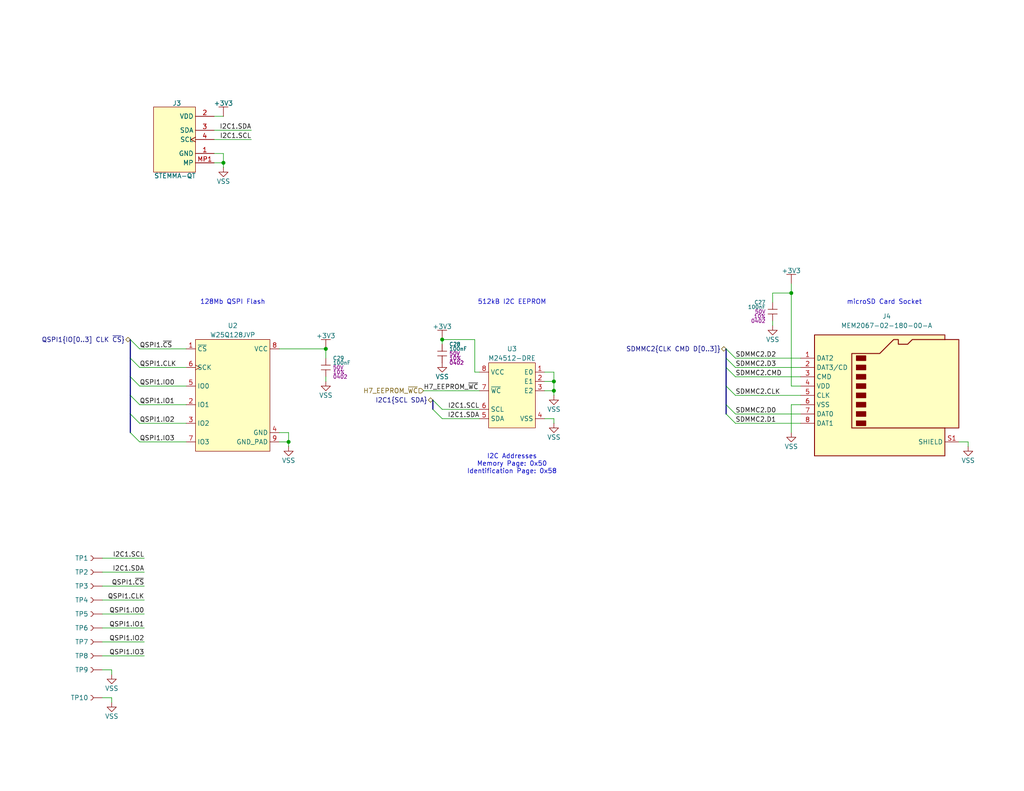
<source format=kicad_sch>
(kicad_sch (version 20250114) (generator "eeschema") (generator_version "9.0")
  (paper "USLetter")
  (title_block (title "Memory") (date "2025-04-08") (rev "1") (comment 2 "PROTOTYPE") (comment 3 "2025"))
  (lib_symbols
    (symbol "lib_pwr:+3V3" (power) (pin_numbers (hide yes)) (pin_names (offset 0) (hide yes))
      (property "Value" "+3V3" (at 0 3.556 0))
      (symbol "+3V3_0_1"
        (polyline (pts (xy -1.27 2.54) (xy 0 2.54)))
        (polyline (pts (xy 0 2.54) (xy 1.27 2.54)))
        (polyline (pts (xy 0 0) (xy 0 2.54)))
      )
      (symbol "+3V3_1_1"
        (pin power_in line (at 0 0 90) (length 0) (name "~") (number "1"))
      )
    )
    (symbol "lib_pwr:VSS" (power) (pin_numbers (hide yes)) (pin_names (offset 0) (hide yes))
      (property "Value" "VSS" (at 0 -3.81 0))
      (symbol "VSS_0_1"
        (polyline (pts (xy 0 0) (xy 0 -1.27) (xy 1.27 -1.27) (xy 0 -2.54) (xy -1.27 -1.27) (xy 0 -1.27)))
      )
      (symbol "VSS_1_1"
        (pin power_in line (at 0 0 270) (length 0) (name "~") (number "1"))
      )
    )
    (symbol "lib_sch:C" (pin_numbers (hide yes)) (pin_names (hide yes))
      (property "Reference" "C?" (at 1.905 2.54 0))
      (property "Value" "CAP" (at 1.905 1.27 0))
      (property "Tolerance" "TOL" (at 1.905 -1.27 0))
      (property "Voltage Rating" "VOLTAGE" (at 1.905 0 0))
      (property "Package" "PKG" (at 1.905 -2.54 0))
      (symbol "C_0_1"
        (polyline (pts (xy -1.27 0.635) (xy 1.27 0.635)))
        (polyline (pts (xy -1.27 -0.635) (xy 1.27 -0.635)))
      )
      (symbol "C_1_1"
        (pin passive line (at 0 2.54 270) (length 1.905) (name "") (number "1"))
        (pin passive line (at 0 -2.54 90) (length 1.905) (name "") (number "2"))
      )
    )
    (symbol "lib_sch:M24512-DRE"
      (property "Reference" "U?" (at 0 12.7 0))
      (property "Value" "M24512-DRE" (at 0 10.16 0))
      (symbol "M24512-DRE_0_0"
        (pin power_in line (at -8.89 6.35 0) (length 2.54) (name "VCC") (number "8"))
        (pin input line (at -8.89 1.27 0) (length 2.54) (name "~{WC}") (number "7"))
        (pin bidirectional line (at -8.89 -3.81 0) (length 2.54) (name "SCL") (number "6"))
        (pin bidirectional line (at -8.89 -6.35 0) (length 2.54) (name "SDA") (number "5"))
        (pin input line (at 8.89 6.35 180) (length 2.54) (name "E0") (number "1"))
        (pin input line (at 8.89 3.81 180) (length 2.54) (name "E1") (number "2"))
        (pin input line (at 8.89 1.27 180) (length 2.54) (name "E2") (number "3"))
      )
      (symbol "M24512-DRE_1_0"
        (pin power_in line (at 8.89 -6.35 180) (length 2.54) (name "VSS") (number "4"))
      )
      (symbol "M24512-DRE_1_1"
        (rectangle (start -6.35 8.89) (end 6.35 -8.89) (fill (type background)))
      )
    )
    (symbol "lib_sch:STEMMA-QT"
      (property "Reference" "J" (at 2.54 9.906 0))
      (property "Value" "STEMMA-QT" (at 3.048 -9.906 0))
      (symbol "STEMMA-QT_1_0"
        (pin power_in line (at -7.62 6.35 0) (length 5.08) (name "VDD") (number "2"))
        (pin bidirectional line (at -7.62 2.54 0) (length 5.08) (name "SDA") (number "3"))
        (pin bidirectional clock (at -7.62 0 0) (length 5.08) (name "SCL") (number "4"))
        (pin power_in line (at -7.62 -3.81 0) (length 5.08) (name "GND") (number "1"))
        (pin passive line (at -7.62 -6.35 0) (length 5.08) (name "MP") (number "MP1"))
        (pin passive line (at -7.62 -6.35 0) (length 5.08) (hide yes) (name "MP") (number "MP2"))
      )
      (symbol "STEMMA-QT_1_1"
        (rectangle (start -2.54 8.89) (end 8.89 -8.89) (fill (type background)))
      )
    )
    (symbol "lib_sch:Testpoint" (pin_numbers (hide yes)) (pin_names (hide yes))
      (property "Reference" "TP" (at -1.27 0 0))
      (symbol "Testpoint_0_1"
        (arc (start -0.635 0.635) (mid 0 0) (end -0.635 -0.635))
      )
      (symbol "Testpoint_1_0"
        (pin passive line (at 2.54 0 180) (length 2.54) (name "") (number "1"))
      )
    )
    (symbol "lib_sch:W25Q128JVP"
      (property "Reference" "U?" (at 0 19.05 0))
      (property "Value" "W25Q128JVP" (at 0 16.51 0))
      (symbol "W25Q128JVP_0_0"
        (pin power_in line (at 12.7 12.7 180) (length 2.54) (name "VCC") (number "8"))
      )
      (symbol "W25Q128JVP_1_0"
        (pin input line (at -12.7 12.7 0) (length 2.54) (name "~{CS}") (number "1"))
        (pin input clock (at -12.7 7.62 0) (length 2.54) (name "SCK") (number "6"))
        (pin input line (at -12.7 2.54 0) (length 2.54) (name "DI") (number "5") (alternate "IO0" bidirectional line))
        (pin output line (at -12.7 -2.54 0) (length 2.54) (name "DO") (number "2") (alternate "IO1" bidirectional line))
        (pin input line (at -12.7 -7.62 0) (length 2.54) (name "~{WP}") (number "3") (alternate "IO2" bidirectional line))
        (pin input line (at -12.7 -12.7 0) (length 2.54) (name "~{HOLD}") (number "7") (alternate "IO3" bidirectional line))
        (pin power_in line (at 12.7 -10.16 180) (length 2.54) (name "GND") (number "4"))
        (pin power_in line (at 12.7 -12.7 180) (length 2.54) (name "GND_PAD") (number "9"))
      )
      (symbol "W25Q128JVP_1_1"
        (rectangle (start -10.16 15.24) (end 10.16 -15.24) (fill (type background)))
      )
    )
    (symbol "lib_sch:microSD"
      (property "Reference" "J13" (at 0.635 21.59 0))
      (property "Value" "MEM2067-02-180-00-A" (at 0.635 19.05 0))
      (symbol "microSD_0_1"
        (polyline (pts (xy -8.89 -8.89) (xy -8.89 11.43) (xy -1.27 11.43) (xy 2.54 15.24) (xy 3.81 15.24) (xy 3.81 13.97) (xy 6.35 13.97) (xy 7.62 15.24) (xy 20.32 15.24) (xy 20.32 -8.89) (xy -8.89 -8.89)) (stroke (width 0.254)) (fill (type background)))
        (rectangle (start -7.62 10.795) (end -5.08 9.525) (stroke (width 0.254)) (fill (type outline)))
        (rectangle (start -7.62 8.255) (end -5.08 6.985) (stroke (width 0.254)) (fill (type outline)))
        (rectangle (start -7.62 5.715) (end -5.08 4.445) (stroke (width 0.254)) (fill (type outline)))
        (rectangle (start -7.62 3.175) (end -5.08 1.905) (stroke (width 0.254)) (fill (type outline)))
        (rectangle (start -7.62 0.635) (end -5.08 -0.635) (stroke (width 0.254)) (fill (type outline)))
        (rectangle (start -7.62 -1.905) (end -5.08 -3.175) (stroke (width 0.254)) (fill (type outline)))
        (rectangle (start -7.62 -4.445) (end -5.08 -5.715) (stroke (width 0.254)) (fill (type outline)))
        (rectangle (start -7.62 -6.985) (end -5.08 -8.255) (stroke (width 0.254)) (fill (type outline)))
        (polyline (pts (xy 16.51 15.24) (xy 16.51 16.51) (xy -19.05 16.51) (xy -19.05 -16.51) (xy 16.51 -16.51) (xy 16.51 -8.89)) (stroke (width 0.254)) (fill (type background)))
      )
      (symbol "microSD_1_1"
        (pin bidirectional line (at -22.86 10.16 0) (length 3.81) (name "DAT2") (number "1"))
        (pin bidirectional line (at -22.86 7.62 0) (length 3.81) (name "DAT3/CD") (number "2"))
        (pin input line (at -22.86 5.08 0) (length 3.81) (name "CMD") (number "3"))
        (pin power_in line (at -22.86 2.54 0) (length 3.81) (name "VDD") (number "4"))
        (pin input line (at -22.86 0 0) (length 3.81) (name "CLK") (number "5"))
        (pin power_in line (at -22.86 -2.54 0) (length 3.81) (name "VSS") (number "6"))
        (pin bidirectional line (at -22.86 -5.08 0) (length 3.81) (name "DAT0") (number "7"))
        (pin bidirectional line (at -22.86 -7.62 0) (length 3.81) (name "DAT1") (number "8"))
        (pin passive line (at 20.32 -12.7 180) (length 3.81) (name "SHIELD") (number "S1"))
        (pin passive line (at 20.32 -12.7 180) (length 3.81) (hide yes) (name "SHIELD") (number "S2"))
        (pin passive line (at 20.32 -12.7 180) (length 3.81) (hide yes) (name "SHIELD") (number "S3"))
        (pin passive line (at 20.32 -12.7 180) (length 3.81) (hide yes) (name "SHIELD") (number "S4"))
      )
    )
  )
  (text "microSD Card Socket" (at 241.3 82.55 0) (effects (font (size 1.27 1.27))))
  (text "I2C Addresses\nMemory Page: 0x50\nIdentification Page: 0x58" (at 139.7 126.746 0) (effects (font (size 1.27 1.27) (thickness 0.1588))))
  (text "128Mb QSPI Flash" (at 63.5 82.55 0) (effects (font (size 1.27 1.27))))
  (text "512kB I2C EEPROM" (at 139.7 82.55 0) (effects (font (size 1.27 1.27))))
  (junction (at 215.9 80.01))
  (junction (at 78.74 120.65))
  (junction (at 60.96 44.45))
  (junction (at 151.13 104.14))
  (junction (at 120.65 92.71))
  (junction (at 151.13 106.68))
  (junction (at 88.9 95.25))
  (bus_entry (at 35.56 92.71) (size 2.54 2.54))
  (bus_entry (at 198.12 100.33) (size 2.54 2.54))
  (bus_entry (at 35.56 97.79) (size 2.54 2.54))
  (bus_entry (at 198.12 113.03) (size 2.54 2.54))
  (bus_entry (at 198.12 105.41) (size 2.54 2.54))
  (bus_entry (at 120.65 114.3) (size -2.54 -2.54))
  (bus_entry (at 35.56 113.03) (size 2.54 2.54))
  (bus_entry (at 120.65 111.76) (size -2.54 -2.54))
  (bus_entry (at 35.56 102.87) (size 2.54 2.54))
  (bus_entry (at 198.12 110.49) (size 2.54 2.54))
  (bus_entry (at 35.56 107.95) (size 2.54 2.54))
  (bus_entry (at 35.56 118.11) (size 2.54 2.54))
  (bus_entry (at 198.12 95.25) (size 2.54 2.54))
  (bus_entry (at 198.12 97.79) (size 2.54 2.54))
  (wire (pts (xy 215.9 77.47) (xy 215.9 80.01)))
  (wire (pts (xy 39.37 156.21) (xy 27.94 156.21)))
  (wire (pts (xy 215.9 110.49) (xy 218.44 110.49)))
  (wire (pts (xy 38.1 115.57) (xy 50.8 115.57)))
  (wire (pts (xy 30.48 191.77) (xy 30.48 190.5)))
  (wire (pts (xy 68.58 35.56) (xy 58.42 35.56)))
  (wire (pts (xy 148.59 101.6) (xy 151.13 101.6)))
  (wire (pts (xy 39.37 175.26) (xy 27.94 175.26)))
  (wire (pts (xy 120.65 92.71) (xy 120.65 93.98)))
  (wire (pts (xy 60.96 41.91) (xy 60.96 44.45)))
  (wire (pts (xy 38.1 105.41) (xy 50.8 105.41)))
  (wire (pts (xy 200.66 115.57) (xy 218.44 115.57)))
  (wire (pts (xy 30.48 184.15) (xy 30.48 182.88)))
  (wire (pts (xy 264.16 121.92) (xy 264.16 120.65)))
  (wire (pts (xy 39.37 160.02) (xy 27.94 160.02)))
  (wire (pts (xy 148.59 104.14) (xy 151.13 104.14)))
  (wire (pts (xy 215.9 118.11) (xy 215.9 110.49)))
  (wire (pts (xy 78.74 118.11) (xy 78.74 120.65)))
  (wire (pts (xy 58.42 41.91) (xy 60.96 41.91)))
  (wire (pts (xy 151.13 106.68) (xy 148.59 106.68)))
  (wire (pts (xy 39.37 163.83) (xy 27.94 163.83)))
  (wire (pts (xy 200.66 97.79) (xy 218.44 97.79)))
  (wire (pts (xy 120.65 92.71) (xy 129.54 92.71)))
  (wire (pts (xy 39.37 167.64) (xy 27.94 167.64)))
  (wire (pts (xy 200.66 113.03) (xy 218.44 113.03)))
  (wire (pts (xy 38.1 110.49) (xy 50.8 110.49)))
  (wire (pts (xy 39.37 152.4) (xy 27.94 152.4)))
  (bus (pts (xy 35.56 92.71) (xy 35.56 97.79)))
  (wire (pts (xy 38.1 120.65) (xy 50.8 120.65)))
  (wire (pts (xy 200.66 100.33) (xy 218.44 100.33)))
  (bus (pts (xy 198.12 110.49) (xy 198.12 113.03)))
  (bus (pts (xy 35.56 113.03) (xy 35.56 118.11)))
  (wire (pts (xy 76.2 118.11) (xy 78.74 118.11)))
  (wire (pts (xy 210.82 80.01) (xy 210.82 82.55)))
  (wire (pts (xy 130.81 111.76) (xy 120.65 111.76)))
  (wire (pts (xy 30.48 182.88) (xy 27.94 182.88)))
  (wire (pts (xy 30.48 190.5) (xy 27.94 190.5)))
  (wire (pts (xy 129.54 101.6) (xy 130.81 101.6)))
  (wire (pts (xy 130.81 114.3) (xy 120.65 114.3)))
  (bus (pts (xy 35.56 102.87) (xy 35.56 107.95)))
  (wire (pts (xy 264.16 120.65) (xy 261.62 120.65)))
  (wire (pts (xy 60.96 45.72) (xy 60.96 44.45)))
  (bus (pts (xy 198.12 97.79) (xy 198.12 100.33)))
  (bus (pts (xy 198.12 100.33) (xy 198.12 105.41)))
  (wire (pts (xy 210.82 80.01) (xy 215.9 80.01)))
  (wire (pts (xy 151.13 104.14) (xy 151.13 106.68)))
  (wire (pts (xy 151.13 115.57) (xy 151.13 114.3)))
  (wire (pts (xy 88.9 102.87) (xy 88.9 104.14)))
  (wire (pts (xy 38.1 100.33) (xy 50.8 100.33)))
  (wire (pts (xy 151.13 107.95) (xy 151.13 106.68)))
  (wire (pts (xy 60.96 44.45) (xy 58.42 44.45)))
  (wire (pts (xy 115.57 106.68) (xy 130.81 106.68)))
  (bus (pts (xy 118.11 111.76) (xy 118.11 109.22)))
  (wire (pts (xy 129.54 92.71) (xy 129.54 101.6)))
  (wire (pts (xy 58.42 31.75) (xy 60.96 31.75)))
  (wire (pts (xy 88.9 95.25) (xy 88.9 97.79)))
  (bus (pts (xy 198.12 95.25) (xy 198.12 97.79)))
  (wire (pts (xy 151.13 101.6) (xy 151.13 104.14)))
  (wire (pts (xy 39.37 179.07) (xy 27.94 179.07)))
  (bus (pts (xy 35.56 97.79) (xy 35.56 102.87)))
  (wire (pts (xy 38.1 95.25) (xy 50.8 95.25)))
  (wire (pts (xy 76.2 95.25) (xy 88.9 95.25)))
  (bus (pts (xy 35.56 107.95) (xy 35.56 113.03)))
  (bus (pts (xy 198.12 105.41) (xy 198.12 110.49)))
  (wire (pts (xy 68.58 38.1) (xy 58.42 38.1)))
  (wire (pts (xy 210.82 87.63) (xy 210.82 88.9)))
  (wire (pts (xy 200.66 102.87) (xy 218.44 102.87)))
  (wire (pts (xy 200.66 107.95) (xy 218.44 107.95)))
  (wire (pts (xy 78.74 121.92) (xy 78.74 120.65)))
  (wire (pts (xy 215.9 105.41) (xy 218.44 105.41)))
  (wire (pts (xy 151.13 114.3) (xy 148.59 114.3)))
  (wire (pts (xy 39.37 171.45) (xy 27.94 171.45)))
  (wire (pts (xy 76.2 120.65) (xy 78.74 120.65)))
  (wire (pts (xy 215.9 80.01) (xy 215.9 105.41)))
  (label "I2C1.SDA" (at 68.58 35.56 180))
  (label "QSPI1.IO3" (at 38.1 120.65 0))
  (label "H7_EEPROM_~{WC}" (at 115.57 106.68 0))
  (label "QSPI1.IO2" (at 39.37 175.26 180))
  (label "SDMMC2.D0" (at 200.66 113.03 0))
  (label "QSPI1.CLK" (at 38.1 100.33 0))
  (label "I2C1.SDA" (at 130.81 114.3 180))
  (label "QSPI1.IO2" (at 38.1 115.57 0))
  (label "QSPI1.~{CS}" (at 38.1 95.25 0))
  (label "QSPI1.CLK" (at 39.37 163.83 180))
  (label "SDMMC2.D1" (at 200.66 115.57 0))
  (label "SDMMC2.CMD" (at 200.66 102.87 0))
  (label "QSPI1.IO0" (at 38.1 105.41 0))
  (label "QSPI1.IO3" (at 39.37 179.07 180))
  (label "SDMMC2.CLK" (at 200.66 107.95 0))
  (label "QSPI1.IO1" (at 39.37 171.45 180))
  (label "QSPI1.IO1" (at 38.1 110.49 0))
  (label "I2C1.SDA" (at 39.37 156.21 180))
  (label "I2C1.SCL" (at 130.81 111.76 180))
  (label "QSPI1.~{CS}" (at 39.37 160.02 180))
  (label "QSPI1.IO0" (at 39.37 167.64 180))
  (label "I2C1.SCL" (at 68.58 38.1 180))
  (label "SDMMC2.D3" (at 200.66 100.33 0))
  (label "I2C1.SCL" (at 39.37 152.4 180))
  (label "SDMMC2.D2" (at 200.66 97.79 0))
  (hierarchical_label "I2C1{SCL SDA}" (shape bidirectional) (at 118.11 109.22 180))
  (hierarchical_label "H7_EEPROM_~{WC}" (shape input) (at 115.57 106.68 180))
  (hierarchical_label "QSPI1{IO[0..3] CLK ~{CS}}" (shape bidirectional) (at 35.56 92.71 180))
  (hierarchical_label "SDMMC2{CLK CMD D[0..3]}" (shape bidirectional) (at 198.12 95.25 180))
  (symbol (lib_id "lib_pwr:+3V3") (at 88.9 95.25 0) (unit 1)
    (property "Reference" "#PWR067" (effects (hide yes)))
    (property "Value" "+3V3" (at 88.9 91.694 0))
  )
  (symbol (lib_id "lib_pwr:+3V3") (at 120.65 92.71 0) (unit 1)
    (property "Reference" "#PWR066" (effects (hide yes)))
    (property "Value" "+3V3" (at 120.65 89.154 0))
  )
  (symbol (lib_id "lib_sch:microSD") (at 241.3 107.95 0) (unit 1)
    (property "Reference" "J4" (at 241.935 86.36 0))
    (property "Value" "MEM2067-02-180-00-A" (at 241.935 88.9 0))
    (property "Footprint" "lib_connectors:MEM2067-02-180-00-A" (effects (hide yes)))
    (property "Datasheet" "datasheets/GCT-MEM2067.pdf" (effects (hide yes)))
    (property "Description" "Micro SD Card Socket with two card detection pins" (effects (hide yes)))
    (property "Manufacturer" "GCT" (effects (hide yes)))
    (property "MPN" "MEM2067-02-180-00-A" (effects (hide yes)))
    (property "DKPN" "2073-MEM2067-02-180-00-ACT-ND" (effects (hide yes)))
  )
  (symbol (lib_id "lib_pwr:VSS") (at 60.96 45.72 0) (unit 1)
    (property "Reference" "#PWR063" (effects (hide yes)))
    (property "Value" "VSS" (at 60.96 49.53 0))
  )
  (symbol (lib_id "lib_sch:C") (at 210.82 85.09 0) (mirror y) (unit 1)
    (property "Reference" "C27" (at 208.915 82.55 0) (effects (font (size 1.016 1.016)) (justify left)))
    (property "Value" "100nF" (at 208.915 83.82 0) (effects (font (size 1.016 1.016)) (justify left)))
    (property "Footprint" "lib_passives:GCM0402" (effects (hide yes)))
    (property "Datasheet" "datasheets/Murata-Electronics-GRT155R71H104KE01.pdf" (effects (hide yes)))
    (property "Description" "CAP CER 0.1UF 50V X7R 0402" (effects (hide yes)))
    (property "Manufacturer" "Murata Electronics" (effects (hide yes)))
    (property "MPN" "GRT155R71H104KE01D" (effects (hide yes)))
    (property "DKPN" "490-GRT155R71H104KE01DCT-ND" (effects (hide yes)))
    (property "Tolerance" "10%" (at 208.915 86.36 0) (effects (font (size 1.016 1.016)) (justify left)))
    (property "Voltage Rating" "50V" (at 208.915 85.09 0) (effects (font (size 1.016 1.016)) (justify left)))
    (property "Package" "0402" (at 208.915 87.63 0) (effects (font (size 1.016 1.016)) (justify left)))
  )
  (symbol (lib_id "lib_sch:Testpoint") (at 25.4 182.88 0) (unit 1)
    (property "Reference" "TP9" (at 24.13 182.88 0) (effects (justify right)))
    (property "Value" "RCWCTE" (effects (hide yes)))
    (property "Footprint" "lib_misc:TP_RCW" (effects (hide yes)))
    (property "Datasheet" "datasheets/KOA-RC-Series.pdf" (effects (hide yes)))
    (property "Description" "PC TEST POINT" (effects (hide yes)))
    (property "Manufacturer" "KOA Speer Electronics, Inc." (effects (hide yes)))
    (property "MPN" "RCWCTE" (effects (hide yes)))
    (property "DKPN" "2019-RCWCTECT-ND" (effects (hide yes)))
  )
  (symbol (lib_id "lib_pwr:VSS") (at 264.16 121.92 0) (unit 1)
    (property "Reference" "#PWR074" (effects (hide yes)))
    (property "Value" "VSS" (at 264.16 125.73 0))
  )
  (symbol (lib_id "lib_sch:Testpoint") (at 25.4 190.5 0) (unit 1)
    (property "Reference" "TP10" (at 24.13 190.5 0) (effects (justify right)))
    (property "Value" "RCWCTE" (effects (hide yes)))
    (property "Footprint" "lib_misc:TP_RCW" (effects (hide yes)))
    (property "Datasheet" "datasheets/KOA-RC-Series.pdf" (effects (hide yes)))
    (property "Description" "PC TEST POINT" (effects (hide yes)))
    (property "Manufacturer" "KOA Speer Electronics, Inc." (effects (hide yes)))
    (property "MPN" "RCWCTE" (effects (hide yes)))
    (property "DKPN" "2019-RCWCTECT-ND" (effects (hide yes)))
  )
  (symbol (lib_id "lib_sch:Testpoint") (at 25.4 156.21 0) (unit 1) (in_bom no)
    (property "Reference" "TP2" (at 24.13 156.21 0) (effects (justify right)))
    (property "Footprint" "lib_misc:TP_2mm" (effects (hide yes)))
    (property "Manufacturer" "N/A" (effects (hide yes)))
    (property "MPN" "N/A" (effects (hide yes)))
    (property "DKPN" "N/A" (effects (hide yes)))
  )
  (symbol (lib_id "lib_pwr:VSS") (at 215.9 118.11 0) (unit 1)
    (property "Reference" "#PWR072" (effects (hide yes)))
    (property "Value" "VSS" (at 215.9 121.92 0))
  )
  (symbol (lib_id "lib_sch:C") (at 120.65 96.52 0) (unit 1)
    (property "Reference" "C28" (at 122.555 93.98 0) (effects (font (size 1.016 1.016)) (justify left)))
    (property "Value" "100nF" (at 122.555 95.25 0) (effects (font (size 1.016 1.016)) (justify left)))
    (property "Footprint" "lib_passives:GCM0402" (effects (hide yes)))
    (property "Datasheet" "datasheets/Murata-Electronics-GRT155R71H104KE01.pdf" (effects (hide yes)))
    (property "Description" "CAP CER 0.1UF 50V X7R 0402" (effects (hide yes)))
    (property "Manufacturer" "Murata Electronics" (effects (hide yes)))
    (property "MPN" "GRT155R71H104KE01D" (effects (hide yes)))
    (property "DKPN" "490-GRT155R71H104KE01DCT-ND" (effects (hide yes)))
    (property "Tolerance" "10%" (at 122.555 97.79 0) (effects (font (size 1.016 1.016)) (justify left)))
    (property "Voltage Rating" "50V" (at 122.555 96.52 0) (effects (font (size 1.016 1.016)) (justify left)))
    (property "Package" "0402" (at 122.555 99.06 0) (effects (font (size 1.016 1.016)) (justify left)))
  )
  (symbol (lib_id "lib_sch:Testpoint") (at 25.4 179.07 0) (unit 1) (in_bom no)
    (property "Reference" "TP8" (at 24.13 179.07 0) (effects (justify right)))
    (property "Footprint" "lib_misc:TP_2mm" (effects (hide yes)))
    (property "Manufacturer" "N/A" (effects (hide yes)))
    (property "MPN" "N/A" (effects (hide yes)))
    (property "DKPN" "N/A" (effects (hide yes)))
  )
  (symbol (lib_id "lib_sch:C") (at 88.9 100.33 0) (unit 1)
    (property "Reference" "C29" (at 90.805 97.79 0) (effects (font (size 1.016 1.016)) (justify left)))
    (property "Value" "100nF" (at 90.805 99.06 0) (effects (font (size 1.016 1.016)) (justify left)))
    (property "Footprint" "lib_passives:GCM0402" (effects (hide yes)))
    (property "Datasheet" "datasheets/Murata-Electronics-GRT155R71H104KE01.pdf" (effects (hide yes)))
    (property "Description" "CAP CER 0.1UF 50V X7R 0402" (effects (hide yes)))
    (property "Manufacturer" "Murata Electronics" (effects (hide yes)))
    (property "MPN" "GRT155R71H104KE01D" (effects (hide yes)))
    (property "DKPN" "490-GRT155R71H104KE01DCT-ND" (effects (hide yes)))
    (property "Tolerance" "10%" (at 90.805 101.6 0) (effects (font (size 1.016 1.016)) (justify left)))
    (property "Voltage Rating" "50V" (at 90.805 100.33 0) (effects (font (size 1.016 1.016)) (justify left)))
    (property "Package" "0402" (at 90.805 102.87 0) (effects (font (size 1.016 1.016)) (justify left)))
  )
  (symbol (lib_id "lib_sch:Testpoint") (at 25.4 171.45 0) (unit 1) (in_bom no)
    (property "Reference" "TP6" (at 24.13 171.45 0) (effects (justify right)))
    (property "Footprint" "lib_misc:TP_2mm" (effects (hide yes)))
    (property "Manufacturer" "N/A" (effects (hide yes)))
    (property "MPN" "N/A" (effects (hide yes)))
    (property "DKPN" "N/A" (effects (hide yes)))
  )
  (symbol (lib_id "lib_sch:W25Q128JVP") (at 63.5 107.95 0) (unit 1)
    (property "Reference" "U2" (at 63.5 88.9 0))
    (property "Value" "W25Q128JVP" (at 63.5 91.44 0))
    (property "Footprint" "lib_ICs:WFDFN8P127_600X500X75L60X40N" (effects (hide yes)))
    (property "Datasheet" "datasheets/Windbond-W25Q128JV.pdf" (effects (hide yes)))
    (property "Description" "FLASH - NOR Memory IC 128Mbit SPI - Quad I/O, QPI 133 MHz 8-WSON (6x5)" (effects (hide yes)))
    (property "Manufacturer" "Winbond Electronics" (effects (hide yes)))
    (property "MPN" "W25Q128JVPIQ" (effects (hide yes)))
    (property "DKPN" "W25Q128JVPIQ-ND" (effects (hide yes)))
    (pin "7" (alternate "IO3"))
    (pin "5" (alternate "IO0"))
    (pin "2" (alternate "IO1"))
    (pin "3" (alternate "IO2"))
  )
  (symbol (lib_id "lib_pwr:VSS") (at 88.9 104.14 0) (unit 1)
    (property "Reference" "#PWR069" (effects (hide yes)))
    (property "Value" "VSS" (at 88.9 107.95 0))
  )
  (symbol (lib_id "lib_sch:Testpoint") (at 25.4 175.26 0) (unit 1) (in_bom no)
    (property "Reference" "TP7" (at 24.13 175.26 0) (effects (justify right)))
    (property "Footprint" "lib_misc:TP_2mm" (effects (hide yes)))
    (property "Manufacturer" "N/A" (effects (hide yes)))
    (property "MPN" "N/A" (effects (hide yes)))
    (property "DKPN" "N/A" (effects (hide yes)))
  )
  (symbol (lib_id "lib_pwr:VSS") (at 30.48 184.15 0) (unit 1)
    (property "Reference" "#PWR075" (effects (hide yes)))
    (property "Value" "VSS" (at 30.48 187.96 0))
  )
  (symbol (lib_id "lib_sch:Testpoint") (at 25.4 160.02 0) (unit 1) (in_bom no)
    (property "Reference" "TP3" (at 24.13 160.02 0) (effects (justify right)))
    (property "Footprint" "lib_misc:TP_2mm" (effects (hide yes)))
    (property "Manufacturer" "N/A" (effects (hide yes)))
    (property "MPN" "N/A" (effects (hide yes)))
    (property "DKPN" "N/A" (effects (hide yes)))
  )
  (symbol (lib_id "lib_sch:M24512-DRE") (at 139.7 107.95 0) (unit 1)
    (property "Reference" "U3" (at 139.7 95.25 0))
    (property "Value" "M24512-DRE" (at 139.7 97.79 0))
    (property "Footprint" "lib_ICs:SOIC127P600x175-8" (effects (hide yes)))
    (property "Datasheet" "datasheets/ST-M24512-DRE.pdf" (effects (hide yes)))
    (property "Description" "512-Kbit serial I²C bus EEPROM" (effects (hide yes)))
    (property "Manufacturer" "STMicroelectronics" (effects (hide yes)))
    (property "MPN" "M24512-DRMN8TP/K" (effects (hide yes)))
    (property "DKPN" "497-15341-1-ND" (effects (hide yes)))
  )
  (symbol (lib_id "lib_pwr:VSS") (at 151.13 115.57 0) (unit 1)
    (property "Reference" "#PWR071" (effects (hide yes)))
    (property "Value" "VSS" (at 151.13 119.38 0))
  )
  (symbol (lib_id "lib_pwr:VSS") (at 210.82 88.9 0) (unit 1)
    (property "Reference" "#PWR065" (effects (hide yes)))
    (property "Value" "VSS" (at 210.82 92.71 0))
  )
  (symbol (lib_id "lib_pwr:+3V3") (at 215.9 77.47 0) (unit 1)
    (property "Reference" "#PWR064" (effects (hide yes)))
    (property "Value" "+3V3" (at 215.9 73.914 0))
  )
  (symbol (lib_id "lib_sch:Testpoint") (at 25.4 163.83 0) (unit 1) (in_bom no)
    (property "Reference" "TP4" (at 24.13 163.83 0) (effects (justify right)))
    (property "Footprint" "lib_misc:TP_2mm" (effects (hide yes)))
    (property "Manufacturer" "N/A" (effects (hide yes)))
    (property "MPN" "N/A" (effects (hide yes)))
    (property "DKPN" "N/A" (effects (hide yes)))
  )
  (symbol (lib_id "lib_sch:Testpoint") (at 25.4 152.4 0) (unit 1) (in_bom no)
    (property "Reference" "TP1" (at 24.13 152.4 0) (effects (justify right)))
    (property "Footprint" "lib_misc:TP_2mm" (effects (hide yes)))
    (property "Manufacturer" "N/A" (effects (hide yes)))
    (property "MPN" "N/A" (effects (hide yes)))
    (property "DKPN" "N/A" (effects (hide yes)))
  )
  (symbol (lib_id "lib_pwr:+3V3") (at 60.96 31.75 0) (unit 1)
    (property "Reference" "#PWR062" (effects (hide yes)))
    (property "Value" "+3V3" (at 60.96 28.194 0))
  )
  (symbol (lib_id "lib_pwr:VSS") (at 30.48 191.77 0) (unit 1)
    (property "Reference" "#PWR076" (effects (hide yes)))
    (property "Value" "VSS" (at 30.48 195.58 0))
  )
  (symbol (lib_id "lib_sch:STEMMA-QT") (at 50.8 38.1 0) (mirror y) (unit 1)
    (property "Reference" "J3" (at 48.26 28.194 0))
    (property "Value" "STEMMA-QT" (at 47.752 48.006 0))
    (property "Footprint" "lib_connectors:JST_SH_BM04B-SRSS-TB" (effects (hide yes)))
    (property "Datasheet" "datasheets/JST-SH-Series.pdf" (effects (hide yes)))
    (property "Description" "CONN HEADER SMD 4POS 1MM" (effects (hide yes)))
    (property "Manufacturer" "JST Sales America Inc." (effects (hide yes)))
    (property "MPN" "BM04B-SRSS-TB" (effects (hide yes)))
    (property "DKPN" "455-BM04B-SRSS-TBCT-ND" (effects (hide yes)))
  )
  (symbol (lib_id "lib_pwr:VSS") (at 78.74 121.92 0) (unit 1)
    (property "Reference" "#PWR073" (effects (hide yes)))
    (property "Value" "VSS" (at 78.74 125.73 0))
  )
  (symbol (lib_id "lib_sch:Testpoint") (at 25.4 167.64 0) (unit 1) (in_bom no)
    (property "Reference" "TP5" (at 24.13 167.64 0) (effects (justify right)))
    (property "Footprint" "lib_misc:TP_2mm" (effects (hide yes)))
    (property "Manufacturer" "N/A" (effects (hide yes)))
    (property "MPN" "N/A" (effects (hide yes)))
    (property "DKPN" "N/A" (effects (hide yes)))
  )
  (symbol (lib_id "lib_pwr:VSS") (at 151.13 107.95 0) (unit 1)
    (property "Reference" "#PWR070" (effects (hide yes)))
    (property "Value" "VSS" (at 151.13 111.76 0))
  )
  (symbol (lib_id "lib_pwr:VSS") (at 120.65 99.06 0) (unit 1)
    (property "Reference" "#PWR068" (effects (hide yes)))
    (property "Value" "VSS" (at 120.65 102.87 0))
  )
)
</source>
